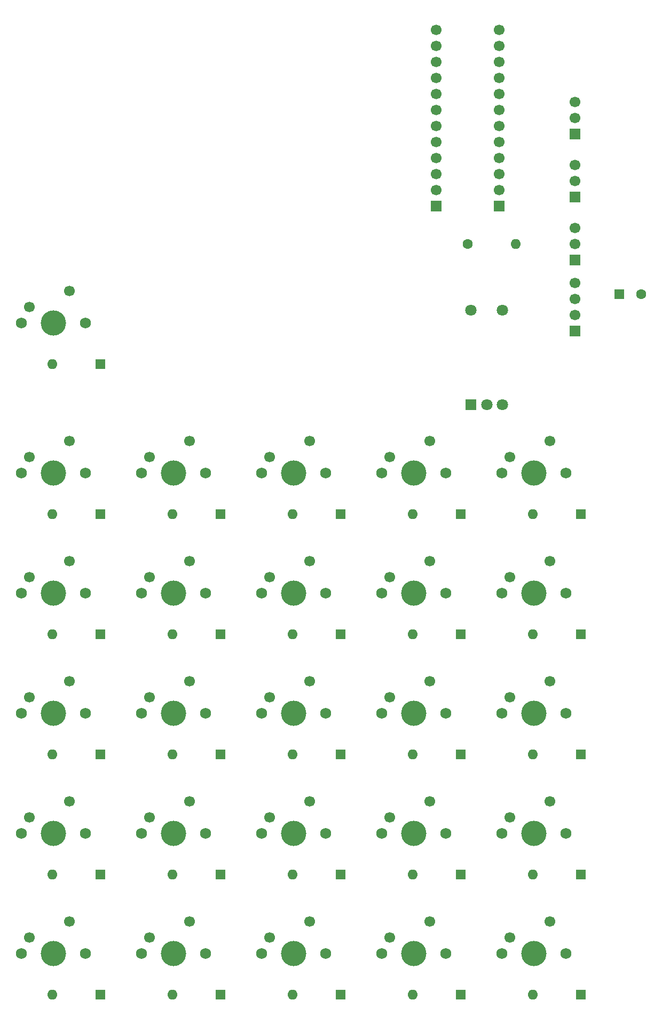
<source format=gts>
%TF.GenerationSoftware,KiCad,Pcbnew,9.0.7*%
%TF.CreationDate,2026-02-27T02:53:56-05:00*%
%TF.ProjectId,Macropad,4d616372-6f70-4616-942e-6b696361645f,rev?*%
%TF.SameCoordinates,Original*%
%TF.FileFunction,Soldermask,Top*%
%TF.FilePolarity,Negative*%
%FSLAX46Y46*%
G04 Gerber Fmt 4.6, Leading zero omitted, Abs format (unit mm)*
G04 Created by KiCad (PCBNEW 9.0.7) date 2026-02-27 02:53:56*
%MOMM*%
%LPD*%
G01*
G04 APERTURE LIST*
%ADD10C,1.700000*%
%ADD11C,4.000000*%
%ADD12C,1.750000*%
%ADD13R,1.600000X1.600000*%
%ADD14O,1.600000X1.600000*%
%ADD15R,1.700000X1.700000*%
%ADD16C,1.600000*%
%ADD17R,1.800000X1.800000*%
%ADD18C,1.800000*%
G04 APERTURE END LIST*
D10*
%TO.C,SW1*%
X5715000Y-6985000D03*
X12065000Y-4445000D03*
D11*
X9525000Y-9525000D03*
D12*
X4445000Y-9525000D03*
X14605000Y-9525000D03*
%TD*%
D13*
%TO.C,D1*%
X17025000Y-16025000D03*
D14*
X9405000Y-16025000D03*
%TD*%
D10*
%TO.C,SW2*%
X5715000Y-30797000D03*
X12065000Y-28257000D03*
D11*
X9525000Y-33337000D03*
D12*
X4445000Y-33337000D03*
X14605000Y-33337000D03*
%TD*%
D13*
%TO.C,D2*%
X17025000Y-39837000D03*
D14*
X9405000Y-39837000D03*
%TD*%
D10*
%TO.C,SW3*%
X24765000Y-30797000D03*
X31115000Y-28257000D03*
D11*
X28575000Y-33337000D03*
D12*
X23495000Y-33337000D03*
X33655000Y-33337000D03*
%TD*%
D13*
%TO.C,D3*%
X36075000Y-39837000D03*
D14*
X28455000Y-39837000D03*
%TD*%
D10*
%TO.C,SW4*%
X43815000Y-30797000D03*
X50165000Y-28257000D03*
D11*
X47625000Y-33337000D03*
D12*
X42545000Y-33337000D03*
X52705000Y-33337000D03*
%TD*%
D13*
%TO.C,D4*%
X55125000Y-39837000D03*
D14*
X47505000Y-39837000D03*
%TD*%
D10*
%TO.C,SW5*%
X62865000Y-30797000D03*
X69215000Y-28257000D03*
D11*
X66675000Y-33337000D03*
D12*
X61595000Y-33337000D03*
X71755000Y-33337000D03*
%TD*%
D13*
%TO.C,D5*%
X74175000Y-39837000D03*
D14*
X66555000Y-39837000D03*
%TD*%
D10*
%TO.C,SW6*%
X81915000Y-30797000D03*
X88265000Y-28257000D03*
D11*
X85725000Y-33337000D03*
D12*
X80645000Y-33337000D03*
X90805000Y-33337000D03*
%TD*%
D13*
%TO.C,D6*%
X93225000Y-39837000D03*
D14*
X85605000Y-39837000D03*
%TD*%
D10*
%TO.C,SW7*%
X5715000Y-49848000D03*
X12065000Y-47308000D03*
D11*
X9525000Y-52388000D03*
D12*
X4445000Y-52388000D03*
X14605000Y-52388000D03*
%TD*%
D13*
%TO.C,D7*%
X17025000Y-58888000D03*
D14*
X9405000Y-58888000D03*
%TD*%
D10*
%TO.C,SW8*%
X24765000Y-49848000D03*
X31115000Y-47308000D03*
D11*
X28575000Y-52388000D03*
D12*
X23495000Y-52388000D03*
X33655000Y-52388000D03*
%TD*%
D13*
%TO.C,D8*%
X36075000Y-58888000D03*
D14*
X28455000Y-58888000D03*
%TD*%
D10*
%TO.C,SW9*%
X43815000Y-49848000D03*
X50165000Y-47308000D03*
D11*
X47625000Y-52388000D03*
D12*
X42545000Y-52388000D03*
X52705000Y-52388000D03*
%TD*%
D13*
%TO.C,D9*%
X55125000Y-58888000D03*
D14*
X47505000Y-58888000D03*
%TD*%
D10*
%TO.C,SW10*%
X62865000Y-49848000D03*
X69215000Y-47308000D03*
D11*
X66675000Y-52388000D03*
D12*
X61595000Y-52388000D03*
X71755000Y-52388000D03*
%TD*%
D13*
%TO.C,D10*%
X74175000Y-58888000D03*
D14*
X66555000Y-58888000D03*
%TD*%
D10*
%TO.C,SW11*%
X81915000Y-49848000D03*
X88265000Y-47308000D03*
D11*
X85725000Y-52388000D03*
D12*
X80645000Y-52388000D03*
X90805000Y-52388000D03*
%TD*%
D13*
%TO.C,D11*%
X93225000Y-58888000D03*
D14*
X85605000Y-58888000D03*
%TD*%
D10*
%TO.C,SW12*%
X5715000Y-68898000D03*
X12065000Y-66358000D03*
D11*
X9525000Y-71438000D03*
D12*
X4445000Y-71438000D03*
X14605000Y-71438000D03*
%TD*%
D13*
%TO.C,D12*%
X17025000Y-77938000D03*
D14*
X9405000Y-77938000D03*
%TD*%
D10*
%TO.C,SW13*%
X24765000Y-68898000D03*
X31115000Y-66358000D03*
D11*
X28575000Y-71438000D03*
D12*
X23495000Y-71438000D03*
X33655000Y-71438000D03*
%TD*%
D13*
%TO.C,D13*%
X36075000Y-77938000D03*
D14*
X28455000Y-77938000D03*
%TD*%
D10*
%TO.C,SW14*%
X43815000Y-68898000D03*
X50165000Y-66358000D03*
D11*
X47625000Y-71438000D03*
D12*
X42545000Y-71438000D03*
X52705000Y-71438000D03*
%TD*%
D13*
%TO.C,D14*%
X55125000Y-77938000D03*
D14*
X47505000Y-77938000D03*
%TD*%
D10*
%TO.C,SW15*%
X62865000Y-68898000D03*
X69215000Y-66358000D03*
D11*
X66675000Y-71438000D03*
D12*
X61595000Y-71438000D03*
X71755000Y-71438000D03*
%TD*%
D13*
%TO.C,D15*%
X74175000Y-77938000D03*
D14*
X66555000Y-77938000D03*
%TD*%
D10*
%TO.C,SW16*%
X81915000Y-68898000D03*
X88265000Y-66358000D03*
D11*
X85725000Y-71438000D03*
D12*
X80645000Y-71438000D03*
X90805000Y-71438000D03*
%TD*%
D13*
%TO.C,D16*%
X93225000Y-77938000D03*
D14*
X85605000Y-77938000D03*
%TD*%
D10*
%TO.C,SW17*%
X5715000Y-87947000D03*
X12065000Y-85407000D03*
D11*
X9525000Y-90487000D03*
D12*
X4445000Y-90487000D03*
X14605000Y-90487000D03*
%TD*%
D13*
%TO.C,D17*%
X17025000Y-96987000D03*
D14*
X9405000Y-96987000D03*
%TD*%
D10*
%TO.C,SW18*%
X24765000Y-87947000D03*
X31115000Y-85407000D03*
D11*
X28575000Y-90487000D03*
D12*
X23495000Y-90487000D03*
X33655000Y-90487000D03*
%TD*%
D13*
%TO.C,D18*%
X36075000Y-96987000D03*
D14*
X28455000Y-96987000D03*
%TD*%
D10*
%TO.C,SW19*%
X43815000Y-87947000D03*
X50165000Y-85407000D03*
D11*
X47625000Y-90487000D03*
D12*
X42545000Y-90487000D03*
X52705000Y-90487000D03*
%TD*%
D13*
%TO.C,D19*%
X55125000Y-96987000D03*
D14*
X47505000Y-96987000D03*
%TD*%
D10*
%TO.C,SW20*%
X62865000Y-87947000D03*
X69215000Y-85407000D03*
D11*
X66675000Y-90487000D03*
D12*
X61595000Y-90487000D03*
X71755000Y-90487000D03*
%TD*%
D13*
%TO.C,D20*%
X74175000Y-96987000D03*
D14*
X66555000Y-96987000D03*
%TD*%
D10*
%TO.C,SW21*%
X81915000Y-87947000D03*
X88265000Y-85407000D03*
D11*
X85725000Y-90487000D03*
D12*
X80645000Y-90487000D03*
X90805000Y-90487000D03*
%TD*%
D13*
%TO.C,D21*%
X93225000Y-96987000D03*
D14*
X85605000Y-96987000D03*
%TD*%
D10*
%TO.C,SW22*%
X5715000Y-106998000D03*
X12065000Y-104458000D03*
D11*
X9525000Y-109538000D03*
D12*
X4445000Y-109538000D03*
X14605000Y-109538000D03*
%TD*%
D13*
%TO.C,D22*%
X17025000Y-116038000D03*
D14*
X9405000Y-116038000D03*
%TD*%
D10*
%TO.C,SW23*%
X24765000Y-106998000D03*
X31115000Y-104458000D03*
D11*
X28575000Y-109538000D03*
D12*
X23495000Y-109538000D03*
X33655000Y-109538000D03*
%TD*%
D13*
%TO.C,D23*%
X36075000Y-116038000D03*
D14*
X28455000Y-116038000D03*
%TD*%
D10*
%TO.C,SW24*%
X43815000Y-106998000D03*
X50165000Y-104458000D03*
D11*
X47625000Y-109538000D03*
D12*
X42545000Y-109538000D03*
X52705000Y-109538000D03*
%TD*%
D13*
%TO.C,D24*%
X55125000Y-116038000D03*
D14*
X47505000Y-116038000D03*
%TD*%
D10*
%TO.C,SW25*%
X62865000Y-106998000D03*
X69215000Y-104458000D03*
D11*
X66675000Y-109538000D03*
D12*
X61595000Y-109538000D03*
X71755000Y-109538000D03*
%TD*%
D13*
%TO.C,D25*%
X74175000Y-116038000D03*
D14*
X66555000Y-116038000D03*
%TD*%
D10*
%TO.C,SW26*%
X81915000Y-106998000D03*
X88265000Y-104458000D03*
D11*
X85725000Y-109538000D03*
D12*
X80645000Y-109538000D03*
X90805000Y-109538000D03*
%TD*%
D13*
%TO.C,D26*%
X93225000Y-116038000D03*
D14*
X85605000Y-116038000D03*
%TD*%
D15*
%TO.C,J101*%
X70250000Y9030000D03*
D10*
X70250000Y11570000D03*
X70250000Y14110000D03*
X70250000Y16650000D03*
X70250000Y19190000D03*
X70250000Y21730000D03*
X70250000Y24270000D03*
X70250000Y26810000D03*
X70250000Y29350000D03*
X70250000Y31890000D03*
X70250000Y34430000D03*
X70250000Y36970000D03*
%TD*%
D15*
%TO.C,J102*%
X80250000Y9030000D03*
D10*
X80250000Y11570000D03*
X80250000Y14110000D03*
X80250000Y16650000D03*
X80250000Y19190000D03*
X80250000Y21730000D03*
X80250000Y24270000D03*
X80250000Y26810000D03*
X80250000Y29350000D03*
X80250000Y31890000D03*
X80250000Y34430000D03*
X80250000Y36970000D03*
%TD*%
D15*
%TO.C,J201*%
X92250000Y20460000D03*
D10*
X92250000Y23000000D03*
X92250000Y25540000D03*
%TD*%
D15*
%TO.C,J202*%
X92250000Y10460000D03*
D10*
X92250000Y13000000D03*
X92250000Y15540000D03*
%TD*%
D15*
%TO.C,J301*%
X92250000Y460000D03*
D10*
X92250000Y3000000D03*
X92250000Y5540000D03*
%TD*%
D15*
%TO.C,J302*%
X92250000Y-10810000D03*
D10*
X92250000Y-8270000D03*
X92250000Y-5730000D03*
X92250000Y-3190000D03*
%TD*%
D16*
%TO.C,R401*%
X75250000Y3000000D03*
D14*
X82870000Y3000000D03*
%TD*%
D13*
%TO.C,C401*%
X99250000Y-5000000D03*
D16*
X102750000Y-5000000D03*
%TD*%
D17*
%TO.C,SW401*%
X75750000Y-22500000D03*
D18*
X80750000Y-22500000D03*
X78250000Y-22500000D03*
X75750000Y-7500000D03*
X80750000Y-7500000D03*
%TD*%
M02*

</source>
